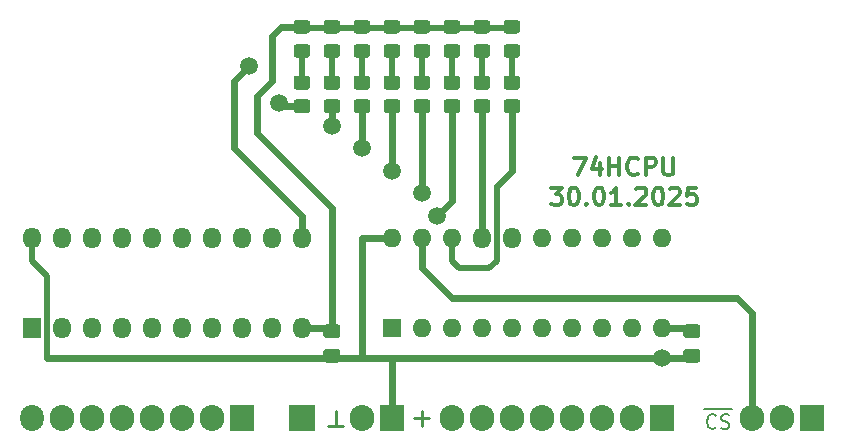
<source format=gbr>
%TF.GenerationSoftware,KiCad,Pcbnew,(5.1.8)-1*%
%TF.CreationDate,2025-01-30T23:00:43+03:00*%
%TF.ProjectId,Reg,5265672e-6b69-4636-9164-5f7063625858,rev?*%
%TF.SameCoordinates,Original*%
%TF.FileFunction,Copper,L1,Top*%
%TF.FilePolarity,Positive*%
%FSLAX46Y46*%
G04 Gerber Fmt 4.6, Leading zero omitted, Abs format (unit mm)*
G04 Created by KiCad (PCBNEW (5.1.8)-1) date 2025-01-30 23:00:43*
%MOMM*%
%LPD*%
G01*
G04 APERTURE LIST*
%TA.AperFunction,NonConductor*%
%ADD10C,0.200000*%
%TD*%
%TA.AperFunction,NonConductor*%
%ADD11C,0.300000*%
%TD*%
%TA.AperFunction,ComponentPad*%
%ADD12R,2.200000X2.200000*%
%TD*%
%TA.AperFunction,ComponentPad*%
%ADD13O,1.500000X1.800000*%
%TD*%
%TA.AperFunction,ComponentPad*%
%ADD14R,1.500000X1.800000*%
%TD*%
%TA.AperFunction,ComponentPad*%
%ADD15O,1.600000X1.600000*%
%TD*%
%TA.AperFunction,ComponentPad*%
%ADD16R,1.600000X1.600000*%
%TD*%
%TA.AperFunction,ComponentPad*%
%ADD17R,2.100000X2.200000*%
%TD*%
%TA.AperFunction,ComponentPad*%
%ADD18O,2.100000X2.200000*%
%TD*%
%TA.AperFunction,ComponentPad*%
%ADD19O,2.000000X2.200000*%
%TD*%
%TA.AperFunction,ViaPad*%
%ADD20C,1.500000*%
%TD*%
%TA.AperFunction,Conductor*%
%ADD21C,0.250000*%
%TD*%
%TA.AperFunction,Conductor*%
%ADD22C,0.500000*%
%TD*%
%TA.AperFunction,Conductor*%
%ADD23C,0.600000*%
%TD*%
G04 APERTURE END LIST*
D10*
X110271071Y-52533500D02*
X111471071Y-52533500D01*
X111242500Y-54086071D02*
X111185357Y-54143214D01*
X111013928Y-54200357D01*
X110899642Y-54200357D01*
X110728214Y-54143214D01*
X110613928Y-54028928D01*
X110556785Y-53914642D01*
X110499642Y-53686071D01*
X110499642Y-53514642D01*
X110556785Y-53286071D01*
X110613928Y-53171785D01*
X110728214Y-53057500D01*
X110899642Y-53000357D01*
X111013928Y-53000357D01*
X111185357Y-53057500D01*
X111242500Y-53114642D01*
X111471071Y-52533500D02*
X112613928Y-52533500D01*
X111699642Y-54143214D02*
X111871071Y-54200357D01*
X112156785Y-54200357D01*
X112271071Y-54143214D01*
X112328214Y-54086071D01*
X112385357Y-53971785D01*
X112385357Y-53857500D01*
X112328214Y-53743214D01*
X112271071Y-53686071D01*
X112156785Y-53628928D01*
X111928214Y-53571785D01*
X111813928Y-53514642D01*
X111756785Y-53457500D01*
X111699642Y-53343214D01*
X111699642Y-53228928D01*
X111756785Y-53114642D01*
X111813928Y-53057500D01*
X111928214Y-53000357D01*
X112213928Y-53000357D01*
X112385357Y-53057500D01*
D11*
X97290714Y-33786071D02*
X98219285Y-33786071D01*
X97719285Y-34357500D01*
X97933571Y-34357500D01*
X98076428Y-34428928D01*
X98147857Y-34500357D01*
X98219285Y-34643214D01*
X98219285Y-35000357D01*
X98147857Y-35143214D01*
X98076428Y-35214642D01*
X97933571Y-35286071D01*
X97505000Y-35286071D01*
X97362142Y-35214642D01*
X97290714Y-35143214D01*
X99147857Y-33786071D02*
X99290714Y-33786071D01*
X99433571Y-33857500D01*
X99505000Y-33928928D01*
X99576428Y-34071785D01*
X99647857Y-34357500D01*
X99647857Y-34714642D01*
X99576428Y-35000357D01*
X99505000Y-35143214D01*
X99433571Y-35214642D01*
X99290714Y-35286071D01*
X99147857Y-35286071D01*
X99005000Y-35214642D01*
X98933571Y-35143214D01*
X98862142Y-35000357D01*
X98790714Y-34714642D01*
X98790714Y-34357500D01*
X98862142Y-34071785D01*
X98933571Y-33928928D01*
X99005000Y-33857500D01*
X99147857Y-33786071D01*
X100290714Y-35143214D02*
X100362142Y-35214642D01*
X100290714Y-35286071D01*
X100219285Y-35214642D01*
X100290714Y-35143214D01*
X100290714Y-35286071D01*
X101290714Y-33786071D02*
X101433571Y-33786071D01*
X101576428Y-33857500D01*
X101647857Y-33928928D01*
X101719285Y-34071785D01*
X101790714Y-34357500D01*
X101790714Y-34714642D01*
X101719285Y-35000357D01*
X101647857Y-35143214D01*
X101576428Y-35214642D01*
X101433571Y-35286071D01*
X101290714Y-35286071D01*
X101147857Y-35214642D01*
X101076428Y-35143214D01*
X101005000Y-35000357D01*
X100933571Y-34714642D01*
X100933571Y-34357500D01*
X101005000Y-34071785D01*
X101076428Y-33928928D01*
X101147857Y-33857500D01*
X101290714Y-33786071D01*
X103219285Y-35286071D02*
X102362142Y-35286071D01*
X102790714Y-35286071D02*
X102790714Y-33786071D01*
X102647857Y-34000357D01*
X102505000Y-34143214D01*
X102362142Y-34214642D01*
X103862142Y-35143214D02*
X103933571Y-35214642D01*
X103862142Y-35286071D01*
X103790714Y-35214642D01*
X103862142Y-35143214D01*
X103862142Y-35286071D01*
X104505000Y-33928928D02*
X104576428Y-33857500D01*
X104719285Y-33786071D01*
X105076428Y-33786071D01*
X105219285Y-33857500D01*
X105290714Y-33928928D01*
X105362142Y-34071785D01*
X105362142Y-34214642D01*
X105290714Y-34428928D01*
X104433571Y-35286071D01*
X105362142Y-35286071D01*
X106290714Y-33786071D02*
X106433571Y-33786071D01*
X106576428Y-33857500D01*
X106647857Y-33928928D01*
X106719285Y-34071785D01*
X106790714Y-34357500D01*
X106790714Y-34714642D01*
X106719285Y-35000357D01*
X106647857Y-35143214D01*
X106576428Y-35214642D01*
X106433571Y-35286071D01*
X106290714Y-35286071D01*
X106147857Y-35214642D01*
X106076428Y-35143214D01*
X106005000Y-35000357D01*
X105933571Y-34714642D01*
X105933571Y-34357500D01*
X106005000Y-34071785D01*
X106076428Y-33928928D01*
X106147857Y-33857500D01*
X106290714Y-33786071D01*
X107362142Y-33928928D02*
X107433571Y-33857500D01*
X107576428Y-33786071D01*
X107933571Y-33786071D01*
X108076428Y-33857500D01*
X108147857Y-33928928D01*
X108219285Y-34071785D01*
X108219285Y-34214642D01*
X108147857Y-34428928D01*
X107290714Y-35286071D01*
X108219285Y-35286071D01*
X109576428Y-33786071D02*
X108862142Y-33786071D01*
X108790714Y-34500357D01*
X108862142Y-34428928D01*
X109005000Y-34357500D01*
X109362142Y-34357500D01*
X109505000Y-34428928D01*
X109576428Y-34500357D01*
X109647857Y-34643214D01*
X109647857Y-35000357D01*
X109576428Y-35143214D01*
X109505000Y-35214642D01*
X109362142Y-35286071D01*
X109005000Y-35286071D01*
X108862142Y-35214642D01*
X108790714Y-35143214D01*
X99219285Y-31246071D02*
X100219285Y-31246071D01*
X99576428Y-32746071D01*
X101433571Y-31746071D02*
X101433571Y-32746071D01*
X101076428Y-31174642D02*
X100719285Y-32246071D01*
X101647857Y-32246071D01*
X102219285Y-32746071D02*
X102219285Y-31246071D01*
X102219285Y-31960357D02*
X103076428Y-31960357D01*
X103076428Y-32746071D02*
X103076428Y-31246071D01*
X104647857Y-32603214D02*
X104576428Y-32674642D01*
X104362142Y-32746071D01*
X104219285Y-32746071D01*
X104005000Y-32674642D01*
X103862142Y-32531785D01*
X103790714Y-32388928D01*
X103719285Y-32103214D01*
X103719285Y-31888928D01*
X103790714Y-31603214D01*
X103862142Y-31460357D01*
X104005000Y-31317500D01*
X104219285Y-31246071D01*
X104362142Y-31246071D01*
X104576428Y-31317500D01*
X104647857Y-31388928D01*
X105290714Y-32746071D02*
X105290714Y-31246071D01*
X105862142Y-31246071D01*
X106005000Y-31317500D01*
X106076428Y-31388928D01*
X106147857Y-31531785D01*
X106147857Y-31746071D01*
X106076428Y-31888928D01*
X106005000Y-31960357D01*
X105862142Y-32031785D01*
X105290714Y-32031785D01*
X106790714Y-31246071D02*
X106790714Y-32460357D01*
X106862142Y-32603214D01*
X106933571Y-32674642D01*
X107076428Y-32746071D01*
X107362142Y-32746071D01*
X107505000Y-32674642D01*
X107576428Y-32603214D01*
X107647857Y-32460357D01*
X107647857Y-31246071D01*
D12*
%TO.P,J5,1*%
%TO.N,/Res*%
X76200000Y-53340000D03*
%TD*%
D13*
%TO.P,U1,20*%
%TO.N,VCC*%
X53340000Y-38100000D03*
%TO.P,U1,10*%
%TO.N,GND*%
X76200000Y-45720000D03*
%TO.P,U1,19*%
%TO.N,/L7*%
X55880000Y-38100000D03*
%TO.P,U1,9*%
%TO.N,/L1*%
X73660000Y-45720000D03*
%TO.P,U1,18*%
%TO.N,/D7*%
X58420000Y-38100000D03*
%TO.P,U1,8*%
%TO.N,/D1*%
X71120000Y-45720000D03*
%TO.P,U1,17*%
%TO.N,/D4*%
X60960000Y-38100000D03*
%TO.P,U1,7*%
%TO.N,/D2*%
X68580000Y-45720000D03*
%TO.P,U1,16*%
%TO.N,/L4*%
X63500000Y-38100000D03*
%TO.P,U1,6*%
%TO.N,/L2*%
X66040000Y-45720000D03*
%TO.P,U1,15*%
%TO.N,/L3*%
X66040000Y-38100000D03*
%TO.P,U1,5*%
%TO.N,/L5*%
X63500000Y-45720000D03*
%TO.P,U1,14*%
%TO.N,/D3*%
X68580000Y-38100000D03*
%TO.P,U1,4*%
%TO.N,/D5*%
X60960000Y-45720000D03*
%TO.P,U1,13*%
%TO.N,/D0*%
X71120000Y-38100000D03*
%TO.P,U1,3*%
%TO.N,/D6*%
X58420000Y-45720000D03*
%TO.P,U1,12*%
%TO.N,/L0*%
X73660000Y-38100000D03*
%TO.P,U1,2*%
%TO.N,/L6*%
X55880000Y-45720000D03*
%TO.P,U1,11*%
%TO.N,Net-(U1-Pad11)*%
X76200000Y-38100000D03*
D14*
%TO.P,U1,1*%
%TO.N,Net-(U1-Pad1)*%
X53340000Y-45720000D03*
%TD*%
D15*
%TO.P,U2,20*%
%TO.N,VCC*%
X83820000Y-38100000D03*
%TO.P,U2,10*%
%TO.N,GND*%
X106680000Y-45720000D03*
%TO.P,U2,19*%
%TO.N,/~CS*%
X86360000Y-38100000D03*
%TO.P,U2,9*%
%TO.N,/Q7*%
X104140000Y-45720000D03*
%TO.P,U2,18*%
%TO.N,/L0*%
X88900000Y-38100000D03*
%TO.P,U2,8*%
%TO.N,/Q6*%
X101600000Y-45720000D03*
D13*
%TO.P,U2,17*%
%TO.N,/L1*%
X91440000Y-38100000D03*
D15*
%TO.P,U2,7*%
%TO.N,/Q5*%
X99060000Y-45720000D03*
D13*
%TO.P,U2,16*%
%TO.N,/L2*%
X93980000Y-38100000D03*
D15*
%TO.P,U2,6*%
%TO.N,/Q4*%
X96520000Y-45720000D03*
%TO.P,U2,15*%
%TO.N,/L3*%
X96520000Y-38100000D03*
%TO.P,U2,5*%
%TO.N,/Q3*%
X93980000Y-45720000D03*
%TO.P,U2,14*%
%TO.N,/L4*%
X99060000Y-38100000D03*
%TO.P,U2,4*%
%TO.N,/Q2*%
X91440000Y-45720000D03*
%TO.P,U2,13*%
%TO.N,/L5*%
X101600000Y-38100000D03*
%TO.P,U2,3*%
%TO.N,/Q1*%
X88900000Y-45720000D03*
%TO.P,U2,12*%
%TO.N,/L6*%
X104140000Y-38100000D03*
%TO.P,U2,2*%
%TO.N,/Q0*%
X86360000Y-45720000D03*
%TO.P,U2,11*%
%TO.N,/L7*%
X106680000Y-38100000D03*
D16*
%TO.P,U2,1*%
%TO.N,GND*%
X83820000Y-45720000D03*
%TD*%
%TO.P,C2,2*%
%TO.N,GND*%
%TA.AperFunction,SMDPad,CuDef*%
G36*
G01*
X109695000Y-46540000D02*
X108745000Y-46540000D01*
G75*
G02*
X108495000Y-46290000I0J250000D01*
G01*
X108495000Y-45615000D01*
G75*
G02*
X108745000Y-45365000I250000J0D01*
G01*
X109695000Y-45365000D01*
G75*
G02*
X109945000Y-45615000I0J-250000D01*
G01*
X109945000Y-46290000D01*
G75*
G02*
X109695000Y-46540000I-250000J0D01*
G01*
G37*
%TD.AperFunction*%
%TO.P,C2,1*%
%TO.N,VCC*%
%TA.AperFunction,SMDPad,CuDef*%
G36*
G01*
X109695000Y-48615000D02*
X108745000Y-48615000D01*
G75*
G02*
X108495000Y-48365000I0J250000D01*
G01*
X108495000Y-47690000D01*
G75*
G02*
X108745000Y-47440000I250000J0D01*
G01*
X109695000Y-47440000D01*
G75*
G02*
X109945000Y-47690000I0J-250000D01*
G01*
X109945000Y-48365000D01*
G75*
G02*
X109695000Y-48615000I-250000J0D01*
G01*
G37*
%TD.AperFunction*%
%TD*%
%TO.P,R9,2*%
%TO.N,Net-(D8-Pad2)*%
%TA.AperFunction,SMDPad,CuDef*%
G36*
G01*
X76650001Y-25508000D02*
X75749999Y-25508000D01*
G75*
G02*
X75500000Y-25258001I0J249999D01*
G01*
X75500000Y-24557999D01*
G75*
G02*
X75749999Y-24308000I249999J0D01*
G01*
X76650001Y-24308000D01*
G75*
G02*
X76900000Y-24557999I0J-249999D01*
G01*
X76900000Y-25258001D01*
G75*
G02*
X76650001Y-25508000I-249999J0D01*
G01*
G37*
%TD.AperFunction*%
%TO.P,R9,1*%
%TO.N,/L7*%
%TA.AperFunction,SMDPad,CuDef*%
G36*
G01*
X76650001Y-27508000D02*
X75749999Y-27508000D01*
G75*
G02*
X75500000Y-27258001I0J249999D01*
G01*
X75500000Y-26557999D01*
G75*
G02*
X75749999Y-26308000I249999J0D01*
G01*
X76650001Y-26308000D01*
G75*
G02*
X76900000Y-26557999I0J-249999D01*
G01*
X76900000Y-27258001D01*
G75*
G02*
X76650001Y-27508000I-249999J0D01*
G01*
G37*
%TD.AperFunction*%
%TD*%
%TO.P,R8,2*%
%TO.N,Net-(D7-Pad2)*%
%TA.AperFunction,SMDPad,CuDef*%
G36*
G01*
X79190001Y-25508000D02*
X78289999Y-25508000D01*
G75*
G02*
X78040000Y-25258001I0J249999D01*
G01*
X78040000Y-24557999D01*
G75*
G02*
X78289999Y-24308000I249999J0D01*
G01*
X79190001Y-24308000D01*
G75*
G02*
X79440000Y-24557999I0J-249999D01*
G01*
X79440000Y-25258001D01*
G75*
G02*
X79190001Y-25508000I-249999J0D01*
G01*
G37*
%TD.AperFunction*%
%TO.P,R8,1*%
%TO.N,/L6*%
%TA.AperFunction,SMDPad,CuDef*%
G36*
G01*
X79190001Y-27508000D02*
X78289999Y-27508000D01*
G75*
G02*
X78040000Y-27258001I0J249999D01*
G01*
X78040000Y-26557999D01*
G75*
G02*
X78289999Y-26308000I249999J0D01*
G01*
X79190001Y-26308000D01*
G75*
G02*
X79440000Y-26557999I0J-249999D01*
G01*
X79440000Y-27258001D01*
G75*
G02*
X79190001Y-27508000I-249999J0D01*
G01*
G37*
%TD.AperFunction*%
%TD*%
%TO.P,R7,2*%
%TO.N,Net-(D6-Pad2)*%
%TA.AperFunction,SMDPad,CuDef*%
G36*
G01*
X81730001Y-25508000D02*
X80829999Y-25508000D01*
G75*
G02*
X80580000Y-25258001I0J249999D01*
G01*
X80580000Y-24557999D01*
G75*
G02*
X80829999Y-24308000I249999J0D01*
G01*
X81730001Y-24308000D01*
G75*
G02*
X81980000Y-24557999I0J-249999D01*
G01*
X81980000Y-25258001D01*
G75*
G02*
X81730001Y-25508000I-249999J0D01*
G01*
G37*
%TD.AperFunction*%
%TO.P,R7,1*%
%TO.N,/L5*%
%TA.AperFunction,SMDPad,CuDef*%
G36*
G01*
X81730001Y-27508000D02*
X80829999Y-27508000D01*
G75*
G02*
X80580000Y-27258001I0J249999D01*
G01*
X80580000Y-26557999D01*
G75*
G02*
X80829999Y-26308000I249999J0D01*
G01*
X81730001Y-26308000D01*
G75*
G02*
X81980000Y-26557999I0J-249999D01*
G01*
X81980000Y-27258001D01*
G75*
G02*
X81730001Y-27508000I-249999J0D01*
G01*
G37*
%TD.AperFunction*%
%TD*%
%TO.P,R6,2*%
%TO.N,Net-(D5-Pad2)*%
%TA.AperFunction,SMDPad,CuDef*%
G36*
G01*
X84270001Y-25508000D02*
X83369999Y-25508000D01*
G75*
G02*
X83120000Y-25258001I0J249999D01*
G01*
X83120000Y-24557999D01*
G75*
G02*
X83369999Y-24308000I249999J0D01*
G01*
X84270001Y-24308000D01*
G75*
G02*
X84520000Y-24557999I0J-249999D01*
G01*
X84520000Y-25258001D01*
G75*
G02*
X84270001Y-25508000I-249999J0D01*
G01*
G37*
%TD.AperFunction*%
%TO.P,R6,1*%
%TO.N,/L4*%
%TA.AperFunction,SMDPad,CuDef*%
G36*
G01*
X84270001Y-27508000D02*
X83369999Y-27508000D01*
G75*
G02*
X83120000Y-27258001I0J249999D01*
G01*
X83120000Y-26557999D01*
G75*
G02*
X83369999Y-26308000I249999J0D01*
G01*
X84270001Y-26308000D01*
G75*
G02*
X84520000Y-26557999I0J-249999D01*
G01*
X84520000Y-27258001D01*
G75*
G02*
X84270001Y-27508000I-249999J0D01*
G01*
G37*
%TD.AperFunction*%
%TD*%
%TO.P,R5,2*%
%TO.N,Net-(D4-Pad2)*%
%TA.AperFunction,SMDPad,CuDef*%
G36*
G01*
X86810001Y-25508000D02*
X85909999Y-25508000D01*
G75*
G02*
X85660000Y-25258001I0J249999D01*
G01*
X85660000Y-24557999D01*
G75*
G02*
X85909999Y-24308000I249999J0D01*
G01*
X86810001Y-24308000D01*
G75*
G02*
X87060000Y-24557999I0J-249999D01*
G01*
X87060000Y-25258001D01*
G75*
G02*
X86810001Y-25508000I-249999J0D01*
G01*
G37*
%TD.AperFunction*%
%TO.P,R5,1*%
%TO.N,/L3*%
%TA.AperFunction,SMDPad,CuDef*%
G36*
G01*
X86810001Y-27508000D02*
X85909999Y-27508000D01*
G75*
G02*
X85660000Y-27258001I0J249999D01*
G01*
X85660000Y-26557999D01*
G75*
G02*
X85909999Y-26308000I249999J0D01*
G01*
X86810001Y-26308000D01*
G75*
G02*
X87060000Y-26557999I0J-249999D01*
G01*
X87060000Y-27258001D01*
G75*
G02*
X86810001Y-27508000I-249999J0D01*
G01*
G37*
%TD.AperFunction*%
%TD*%
%TO.P,R4,2*%
%TO.N,Net-(D3-Pad2)*%
%TA.AperFunction,SMDPad,CuDef*%
G36*
G01*
X89350001Y-25508000D02*
X88449999Y-25508000D01*
G75*
G02*
X88200000Y-25258001I0J249999D01*
G01*
X88200000Y-24557999D01*
G75*
G02*
X88449999Y-24308000I249999J0D01*
G01*
X89350001Y-24308000D01*
G75*
G02*
X89600000Y-24557999I0J-249999D01*
G01*
X89600000Y-25258001D01*
G75*
G02*
X89350001Y-25508000I-249999J0D01*
G01*
G37*
%TD.AperFunction*%
%TO.P,R4,1*%
%TO.N,/L2*%
%TA.AperFunction,SMDPad,CuDef*%
G36*
G01*
X89350001Y-27508000D02*
X88449999Y-27508000D01*
G75*
G02*
X88200000Y-27258001I0J249999D01*
G01*
X88200000Y-26557999D01*
G75*
G02*
X88449999Y-26308000I249999J0D01*
G01*
X89350001Y-26308000D01*
G75*
G02*
X89600000Y-26557999I0J-249999D01*
G01*
X89600000Y-27258001D01*
G75*
G02*
X89350001Y-27508000I-249999J0D01*
G01*
G37*
%TD.AperFunction*%
%TD*%
%TO.P,R3,2*%
%TO.N,Net-(D2-Pad2)*%
%TA.AperFunction,SMDPad,CuDef*%
G36*
G01*
X91890001Y-25508000D02*
X90989999Y-25508000D01*
G75*
G02*
X90740000Y-25258001I0J249999D01*
G01*
X90740000Y-24557999D01*
G75*
G02*
X90989999Y-24308000I249999J0D01*
G01*
X91890001Y-24308000D01*
G75*
G02*
X92140000Y-24557999I0J-249999D01*
G01*
X92140000Y-25258001D01*
G75*
G02*
X91890001Y-25508000I-249999J0D01*
G01*
G37*
%TD.AperFunction*%
%TO.P,R3,1*%
%TO.N,/L1*%
%TA.AperFunction,SMDPad,CuDef*%
G36*
G01*
X91890001Y-27508000D02*
X90989999Y-27508000D01*
G75*
G02*
X90740000Y-27258001I0J249999D01*
G01*
X90740000Y-26557999D01*
G75*
G02*
X90989999Y-26308000I249999J0D01*
G01*
X91890001Y-26308000D01*
G75*
G02*
X92140000Y-26557999I0J-249999D01*
G01*
X92140000Y-27258001D01*
G75*
G02*
X91890001Y-27508000I-249999J0D01*
G01*
G37*
%TD.AperFunction*%
%TD*%
%TO.P,R2,2*%
%TO.N,Net-(D1-Pad2)*%
%TA.AperFunction,SMDPad,CuDef*%
G36*
G01*
X94430001Y-25508000D02*
X93529999Y-25508000D01*
G75*
G02*
X93280000Y-25258001I0J249999D01*
G01*
X93280000Y-24557999D01*
G75*
G02*
X93529999Y-24308000I249999J0D01*
G01*
X94430001Y-24308000D01*
G75*
G02*
X94680000Y-24557999I0J-249999D01*
G01*
X94680000Y-25258001D01*
G75*
G02*
X94430001Y-25508000I-249999J0D01*
G01*
G37*
%TD.AperFunction*%
%TO.P,R2,1*%
%TO.N,/L0*%
%TA.AperFunction,SMDPad,CuDef*%
G36*
G01*
X94430001Y-27508000D02*
X93529999Y-27508000D01*
G75*
G02*
X93280000Y-27258001I0J249999D01*
G01*
X93280000Y-26557999D01*
G75*
G02*
X93529999Y-26308000I249999J0D01*
G01*
X94430001Y-26308000D01*
G75*
G02*
X94680000Y-26557999I0J-249999D01*
G01*
X94680000Y-27258001D01*
G75*
G02*
X94430001Y-27508000I-249999J0D01*
G01*
G37*
%TD.AperFunction*%
%TD*%
%TO.P,D8,2*%
%TO.N,Net-(D8-Pad2)*%
%TA.AperFunction,SMDPad,CuDef*%
G36*
G01*
X75749999Y-21650000D02*
X76650001Y-21650000D01*
G75*
G02*
X76900000Y-21899999I0J-249999D01*
G01*
X76900000Y-22550001D01*
G75*
G02*
X76650001Y-22800000I-249999J0D01*
G01*
X75749999Y-22800000D01*
G75*
G02*
X75500000Y-22550001I0J249999D01*
G01*
X75500000Y-21899999D01*
G75*
G02*
X75749999Y-21650000I249999J0D01*
G01*
G37*
%TD.AperFunction*%
%TO.P,D8,1*%
%TO.N,GND*%
%TA.AperFunction,SMDPad,CuDef*%
G36*
G01*
X75749999Y-19600000D02*
X76650001Y-19600000D01*
G75*
G02*
X76900000Y-19849999I0J-249999D01*
G01*
X76900000Y-20500001D01*
G75*
G02*
X76650001Y-20750000I-249999J0D01*
G01*
X75749999Y-20750000D01*
G75*
G02*
X75500000Y-20500001I0J249999D01*
G01*
X75500000Y-19849999D01*
G75*
G02*
X75749999Y-19600000I249999J0D01*
G01*
G37*
%TD.AperFunction*%
%TD*%
%TO.P,D7,2*%
%TO.N,Net-(D7-Pad2)*%
%TA.AperFunction,SMDPad,CuDef*%
G36*
G01*
X78289999Y-21650000D02*
X79190001Y-21650000D01*
G75*
G02*
X79440000Y-21899999I0J-249999D01*
G01*
X79440000Y-22550001D01*
G75*
G02*
X79190001Y-22800000I-249999J0D01*
G01*
X78289999Y-22800000D01*
G75*
G02*
X78040000Y-22550001I0J249999D01*
G01*
X78040000Y-21899999D01*
G75*
G02*
X78289999Y-21650000I249999J0D01*
G01*
G37*
%TD.AperFunction*%
%TO.P,D7,1*%
%TO.N,GND*%
%TA.AperFunction,SMDPad,CuDef*%
G36*
G01*
X78289999Y-19600000D02*
X79190001Y-19600000D01*
G75*
G02*
X79440000Y-19849999I0J-249999D01*
G01*
X79440000Y-20500001D01*
G75*
G02*
X79190001Y-20750000I-249999J0D01*
G01*
X78289999Y-20750000D01*
G75*
G02*
X78040000Y-20500001I0J249999D01*
G01*
X78040000Y-19849999D01*
G75*
G02*
X78289999Y-19600000I249999J0D01*
G01*
G37*
%TD.AperFunction*%
%TD*%
%TO.P,D6,2*%
%TO.N,Net-(D6-Pad2)*%
%TA.AperFunction,SMDPad,CuDef*%
G36*
G01*
X80829999Y-21650000D02*
X81730001Y-21650000D01*
G75*
G02*
X81980000Y-21899999I0J-249999D01*
G01*
X81980000Y-22550001D01*
G75*
G02*
X81730001Y-22800000I-249999J0D01*
G01*
X80829999Y-22800000D01*
G75*
G02*
X80580000Y-22550001I0J249999D01*
G01*
X80580000Y-21899999D01*
G75*
G02*
X80829999Y-21650000I249999J0D01*
G01*
G37*
%TD.AperFunction*%
%TO.P,D6,1*%
%TO.N,GND*%
%TA.AperFunction,SMDPad,CuDef*%
G36*
G01*
X80829999Y-19600000D02*
X81730001Y-19600000D01*
G75*
G02*
X81980000Y-19849999I0J-249999D01*
G01*
X81980000Y-20500001D01*
G75*
G02*
X81730001Y-20750000I-249999J0D01*
G01*
X80829999Y-20750000D01*
G75*
G02*
X80580000Y-20500001I0J249999D01*
G01*
X80580000Y-19849999D01*
G75*
G02*
X80829999Y-19600000I249999J0D01*
G01*
G37*
%TD.AperFunction*%
%TD*%
%TO.P,D5,2*%
%TO.N,Net-(D5-Pad2)*%
%TA.AperFunction,SMDPad,CuDef*%
G36*
G01*
X83369999Y-21650000D02*
X84270001Y-21650000D01*
G75*
G02*
X84520000Y-21899999I0J-249999D01*
G01*
X84520000Y-22550001D01*
G75*
G02*
X84270001Y-22800000I-249999J0D01*
G01*
X83369999Y-22800000D01*
G75*
G02*
X83120000Y-22550001I0J249999D01*
G01*
X83120000Y-21899999D01*
G75*
G02*
X83369999Y-21650000I249999J0D01*
G01*
G37*
%TD.AperFunction*%
%TO.P,D5,1*%
%TO.N,GND*%
%TA.AperFunction,SMDPad,CuDef*%
G36*
G01*
X83369999Y-19600000D02*
X84270001Y-19600000D01*
G75*
G02*
X84520000Y-19849999I0J-249999D01*
G01*
X84520000Y-20500001D01*
G75*
G02*
X84270001Y-20750000I-249999J0D01*
G01*
X83369999Y-20750000D01*
G75*
G02*
X83120000Y-20500001I0J249999D01*
G01*
X83120000Y-19849999D01*
G75*
G02*
X83369999Y-19600000I249999J0D01*
G01*
G37*
%TD.AperFunction*%
%TD*%
%TO.P,D4,2*%
%TO.N,Net-(D4-Pad2)*%
%TA.AperFunction,SMDPad,CuDef*%
G36*
G01*
X85909999Y-21650000D02*
X86810001Y-21650000D01*
G75*
G02*
X87060000Y-21899999I0J-249999D01*
G01*
X87060000Y-22550001D01*
G75*
G02*
X86810001Y-22800000I-249999J0D01*
G01*
X85909999Y-22800000D01*
G75*
G02*
X85660000Y-22550001I0J249999D01*
G01*
X85660000Y-21899999D01*
G75*
G02*
X85909999Y-21650000I249999J0D01*
G01*
G37*
%TD.AperFunction*%
%TO.P,D4,1*%
%TO.N,GND*%
%TA.AperFunction,SMDPad,CuDef*%
G36*
G01*
X85909999Y-19600000D02*
X86810001Y-19600000D01*
G75*
G02*
X87060000Y-19849999I0J-249999D01*
G01*
X87060000Y-20500001D01*
G75*
G02*
X86810001Y-20750000I-249999J0D01*
G01*
X85909999Y-20750000D01*
G75*
G02*
X85660000Y-20500001I0J249999D01*
G01*
X85660000Y-19849999D01*
G75*
G02*
X85909999Y-19600000I249999J0D01*
G01*
G37*
%TD.AperFunction*%
%TD*%
%TO.P,D3,2*%
%TO.N,Net-(D3-Pad2)*%
%TA.AperFunction,SMDPad,CuDef*%
G36*
G01*
X88449999Y-21650000D02*
X89350001Y-21650000D01*
G75*
G02*
X89600000Y-21899999I0J-249999D01*
G01*
X89600000Y-22550001D01*
G75*
G02*
X89350001Y-22800000I-249999J0D01*
G01*
X88449999Y-22800000D01*
G75*
G02*
X88200000Y-22550001I0J249999D01*
G01*
X88200000Y-21899999D01*
G75*
G02*
X88449999Y-21650000I249999J0D01*
G01*
G37*
%TD.AperFunction*%
%TO.P,D3,1*%
%TO.N,GND*%
%TA.AperFunction,SMDPad,CuDef*%
G36*
G01*
X88449999Y-19600000D02*
X89350001Y-19600000D01*
G75*
G02*
X89600000Y-19849999I0J-249999D01*
G01*
X89600000Y-20500001D01*
G75*
G02*
X89350001Y-20750000I-249999J0D01*
G01*
X88449999Y-20750000D01*
G75*
G02*
X88200000Y-20500001I0J249999D01*
G01*
X88200000Y-19849999D01*
G75*
G02*
X88449999Y-19600000I249999J0D01*
G01*
G37*
%TD.AperFunction*%
%TD*%
%TO.P,D2,2*%
%TO.N,Net-(D2-Pad2)*%
%TA.AperFunction,SMDPad,CuDef*%
G36*
G01*
X90989999Y-21650000D02*
X91890001Y-21650000D01*
G75*
G02*
X92140000Y-21899999I0J-249999D01*
G01*
X92140000Y-22550001D01*
G75*
G02*
X91890001Y-22800000I-249999J0D01*
G01*
X90989999Y-22800000D01*
G75*
G02*
X90740000Y-22550001I0J249999D01*
G01*
X90740000Y-21899999D01*
G75*
G02*
X90989999Y-21650000I249999J0D01*
G01*
G37*
%TD.AperFunction*%
%TO.P,D2,1*%
%TO.N,GND*%
%TA.AperFunction,SMDPad,CuDef*%
G36*
G01*
X90989999Y-19600000D02*
X91890001Y-19600000D01*
G75*
G02*
X92140000Y-19849999I0J-249999D01*
G01*
X92140000Y-20500001D01*
G75*
G02*
X91890001Y-20750000I-249999J0D01*
G01*
X90989999Y-20750000D01*
G75*
G02*
X90740000Y-20500001I0J249999D01*
G01*
X90740000Y-19849999D01*
G75*
G02*
X90989999Y-19600000I249999J0D01*
G01*
G37*
%TD.AperFunction*%
%TD*%
%TO.P,D1,2*%
%TO.N,Net-(D1-Pad2)*%
%TA.AperFunction,SMDPad,CuDef*%
G36*
G01*
X93529999Y-21650000D02*
X94430001Y-21650000D01*
G75*
G02*
X94680000Y-21899999I0J-249999D01*
G01*
X94680000Y-22550001D01*
G75*
G02*
X94430001Y-22800000I-249999J0D01*
G01*
X93529999Y-22800000D01*
G75*
G02*
X93280000Y-22550001I0J249999D01*
G01*
X93280000Y-21899999D01*
G75*
G02*
X93529999Y-21650000I249999J0D01*
G01*
G37*
%TD.AperFunction*%
%TO.P,D1,1*%
%TO.N,GND*%
%TA.AperFunction,SMDPad,CuDef*%
G36*
G01*
X93529999Y-19600000D02*
X94430001Y-19600000D01*
G75*
G02*
X94680000Y-19849999I0J-249999D01*
G01*
X94680000Y-20500001D01*
G75*
G02*
X94430001Y-20750000I-249999J0D01*
G01*
X93529999Y-20750000D01*
G75*
G02*
X93280000Y-20500001I0J249999D01*
G01*
X93280000Y-19849999D01*
G75*
G02*
X93529999Y-19600000I249999J0D01*
G01*
G37*
%TD.AperFunction*%
%TD*%
%TO.P,C1,1*%
%TO.N,VCC*%
%TA.AperFunction,SMDPad,CuDef*%
G36*
G01*
X79215000Y-48615000D02*
X78265000Y-48615000D01*
G75*
G02*
X78015000Y-48365000I0J250000D01*
G01*
X78015000Y-47690000D01*
G75*
G02*
X78265000Y-47440000I250000J0D01*
G01*
X79215000Y-47440000D01*
G75*
G02*
X79465000Y-47690000I0J-250000D01*
G01*
X79465000Y-48365000D01*
G75*
G02*
X79215000Y-48615000I-250000J0D01*
G01*
G37*
%TD.AperFunction*%
%TO.P,C1,2*%
%TO.N,GND*%
%TA.AperFunction,SMDPad,CuDef*%
G36*
G01*
X79215000Y-46540000D02*
X78265000Y-46540000D01*
G75*
G02*
X78015000Y-46290000I0J250000D01*
G01*
X78015000Y-45615000D01*
G75*
G02*
X78265000Y-45365000I250000J0D01*
G01*
X79215000Y-45365000D01*
G75*
G02*
X79465000Y-45615000I0J-250000D01*
G01*
X79465000Y-46290000D01*
G75*
G02*
X79215000Y-46540000I-250000J0D01*
G01*
G37*
%TD.AperFunction*%
%TD*%
D17*
%TO.P,J1,1*%
%TO.N,/D0*%
X71120000Y-53340000D03*
D18*
%TO.P,J1,2*%
%TO.N,/D1*%
X68580000Y-53340000D03*
%TO.P,J1,3*%
%TO.N,/D2*%
X66040000Y-53340000D03*
%TO.P,J1,4*%
%TO.N,/D3*%
X63500000Y-53340000D03*
%TO.P,J1,5*%
%TO.N,/D4*%
X60960000Y-53340000D03*
%TO.P,J1,6*%
%TO.N,/D5*%
X58420000Y-53340000D03*
%TO.P,J1,7*%
%TO.N,/D6*%
X55880000Y-53340000D03*
D19*
%TO.P,J1,8*%
%TO.N,/D7*%
X53340000Y-53340000D03*
%TD*%
D18*
%TO.P,J2,8*%
%TO.N,/Q0*%
X88900000Y-53340000D03*
%TO.P,J2,7*%
%TO.N,/Q1*%
X91440000Y-53340000D03*
%TO.P,J2,6*%
%TO.N,/Q2*%
X93980000Y-53340000D03*
%TO.P,J2,5*%
%TO.N,/Q3*%
X96520000Y-53340000D03*
%TO.P,J2,4*%
%TO.N,/Q4*%
X99060000Y-53340000D03*
%TO.P,J2,3*%
%TO.N,/Q5*%
X101600000Y-53340000D03*
%TO.P,J2,2*%
%TO.N,/Q6*%
X104140000Y-53340000D03*
D17*
%TO.P,J2,1*%
%TO.N,/Q7*%
X106680000Y-53340000D03*
%TD*%
%TO.P,J3,1*%
%TO.N,VCC*%
X83820000Y-53340000D03*
D18*
%TO.P,J3,2*%
%TO.N,GND*%
X81280000Y-53340000D03*
%TD*%
D17*
%TO.P,J4,1*%
%TO.N,/~Row*%
X119380000Y-53340000D03*
D18*
%TO.P,J4,2*%
%TO.N,/~Col*%
X116840000Y-53340000D03*
%TO.P,J4,3*%
%TO.N,/~CS*%
X114300000Y-53340000D03*
%TD*%
D20*
%TO.N,VCC*%
X106680000Y-48260000D03*
%TO.N,Net-(U1-Pad11)*%
X71755000Y-23495000D03*
%TO.N,/L2*%
X87630000Y-36195000D03*
%TO.N,/L3*%
X86360000Y-34290000D03*
%TO.N,/L4*%
X83820000Y-32385000D03*
%TO.N,/L5*%
X81280000Y-30480000D03*
%TO.N,/L6*%
X78740000Y-28575000D03*
%TO.N,/L7*%
X74295000Y-26670000D03*
%TD*%
D21*
%TO.N,*%
X85725000Y-53340000D02*
X86995000Y-53340000D01*
X86360000Y-52705000D02*
X86360000Y-53975000D01*
X79057500Y-52705000D02*
X79057500Y-53975000D01*
X78422500Y-53975000D02*
X79692500Y-53975000D01*
D22*
%TO.N,VCC*%
X54610000Y-42545000D02*
X54610000Y-48260000D01*
X54610000Y-41275000D02*
X53340000Y-40005000D01*
X54610000Y-42545000D02*
X54610000Y-41275000D01*
X53340000Y-40005000D02*
X53340000Y-38100000D01*
D23*
X83820000Y-38100000D02*
X81280000Y-38100000D01*
X81280000Y-38100000D02*
X81280000Y-42545000D01*
X78740000Y-48260000D02*
X54610000Y-48260000D01*
X81280000Y-48260000D02*
X76200000Y-48260000D01*
X81280000Y-42545000D02*
X81280000Y-48260000D01*
X83820000Y-48260000D02*
X83820000Y-53340000D01*
X81280000Y-48260000D02*
X83820000Y-48260000D01*
X83820000Y-48260000D02*
X109220000Y-48260000D01*
D22*
%TO.N,GND*%
X76200000Y-20320000D02*
X93980000Y-20320000D01*
D23*
X109220000Y-45720000D02*
X106680000Y-45720000D01*
X78740000Y-45720000D02*
X76200000Y-45720000D01*
X78740000Y-35560000D02*
X78740000Y-45952500D01*
X72390000Y-29210000D02*
X78740000Y-35560000D01*
X73660000Y-24765000D02*
X72390000Y-26035000D01*
X72390000Y-26035000D02*
X72390000Y-29210000D01*
X73660000Y-20955000D02*
X73660000Y-24765000D01*
X74440000Y-20175000D02*
X73660000Y-20955000D01*
X76200000Y-20175000D02*
X74440000Y-20175000D01*
%TO.N,Net-(U1-Pad11)*%
X70485000Y-24765000D02*
X71755000Y-23495000D01*
X70485000Y-30480000D02*
X70485000Y-24765000D01*
X76200000Y-36195000D02*
X70485000Y-30480000D01*
X76200000Y-38100000D02*
X76200000Y-36195000D01*
%TO.N,/~CS*%
X86360000Y-40640000D02*
X88900000Y-43180000D01*
X86360000Y-38100000D02*
X86360000Y-40640000D01*
X113030000Y-43180000D02*
X114300000Y-44450000D01*
X114300000Y-44450000D02*
X114300000Y-53340000D01*
X88900000Y-43180000D02*
X113030000Y-43180000D01*
D22*
%TO.N,Net-(D1-Pad2)*%
X93980000Y-22225000D02*
X93980000Y-24908000D01*
%TO.N,Net-(D2-Pad2)*%
X91440000Y-22225000D02*
X91440000Y-24908000D01*
%TO.N,Net-(D3-Pad2)*%
X88900000Y-22225000D02*
X88900000Y-24908000D01*
%TO.N,Net-(D4-Pad2)*%
X86360000Y-22225000D02*
X86360000Y-24908000D01*
%TO.N,Net-(D5-Pad2)*%
X83820000Y-22225000D02*
X83820000Y-24908000D01*
%TO.N,Net-(D6-Pad2)*%
X81280000Y-22225000D02*
X81280000Y-24908000D01*
%TO.N,Net-(D7-Pad2)*%
X78740000Y-22225000D02*
X78740000Y-24908000D01*
%TO.N,Net-(D8-Pad2)*%
X76200000Y-22225000D02*
X76200000Y-24908000D01*
D23*
%TO.N,/L0*%
X93980000Y-26908000D02*
X93980000Y-32385000D01*
D22*
X92710000Y-33655000D02*
X92710000Y-40005000D01*
X92710000Y-40005000D02*
X92075000Y-40640000D01*
X92075000Y-40640000D02*
X89535000Y-40640000D01*
X89535000Y-40640000D02*
X88900000Y-40005000D01*
X88900000Y-40005000D02*
X88900000Y-38100000D01*
D23*
X92710000Y-33655000D02*
X93980000Y-32385000D01*
%TO.N,/L1*%
X91440000Y-34925000D02*
X91440000Y-38100000D01*
X91440000Y-26908000D02*
X91440000Y-34925000D01*
%TO.N,/L2*%
X88900000Y-26908000D02*
X88900000Y-34925000D01*
X87630000Y-36195000D02*
X88900000Y-34925000D01*
%TO.N,/L3*%
X86360000Y-26908000D02*
X86360000Y-34290000D01*
D22*
X86360000Y-34290000D02*
X86360000Y-34290000D01*
D23*
%TO.N,/L4*%
X83820000Y-26908000D02*
X83820000Y-32385000D01*
D22*
X83820000Y-32385000D02*
X83820000Y-32385000D01*
D23*
%TO.N,/L5*%
X81280000Y-26908000D02*
X81280000Y-30480000D01*
%TO.N,/L6*%
X78740000Y-26908000D02*
X78740000Y-28575000D01*
D22*
X78740000Y-28575000D02*
X78740000Y-28575000D01*
D23*
%TO.N,/L7*%
X76200000Y-26908000D02*
X74533000Y-26908000D01*
D22*
X74533000Y-26908000D02*
X74295000Y-26670000D01*
X74295000Y-26670000D02*
X74295000Y-26670000D01*
%TD*%
M02*

</source>
